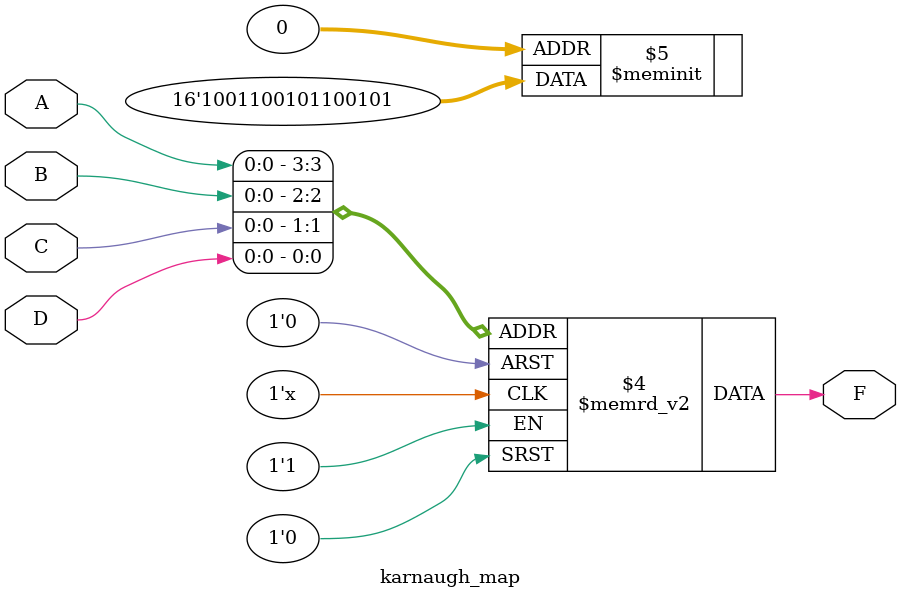
<source format=v>
module karnaugh_map(
  input wire A, B, C, D,
  output reg F
);

  always @* begin
    case ({A,B,C,D})
      4'b0000: F = 1;
      4'b0001: F = 0;
      4'b0010: F = 1;
      4'b0011: F = 0;
      4'b0100: F = 0;
      4'b0101: F = 1;
      4'b0110: F = 1;
      4'b0111: F = 0;
      4'b1000: F = 1;
      4'b1001: F = 0;
      4'b1010: F = 0;
      4'b1011: F = 1;
      4'b1100: F = 1;
      4'b1101: F = 0;
      4'b1110: F = 0;
      4'b1111: F = 1;
    endcase
  end

endmodule
</source>
